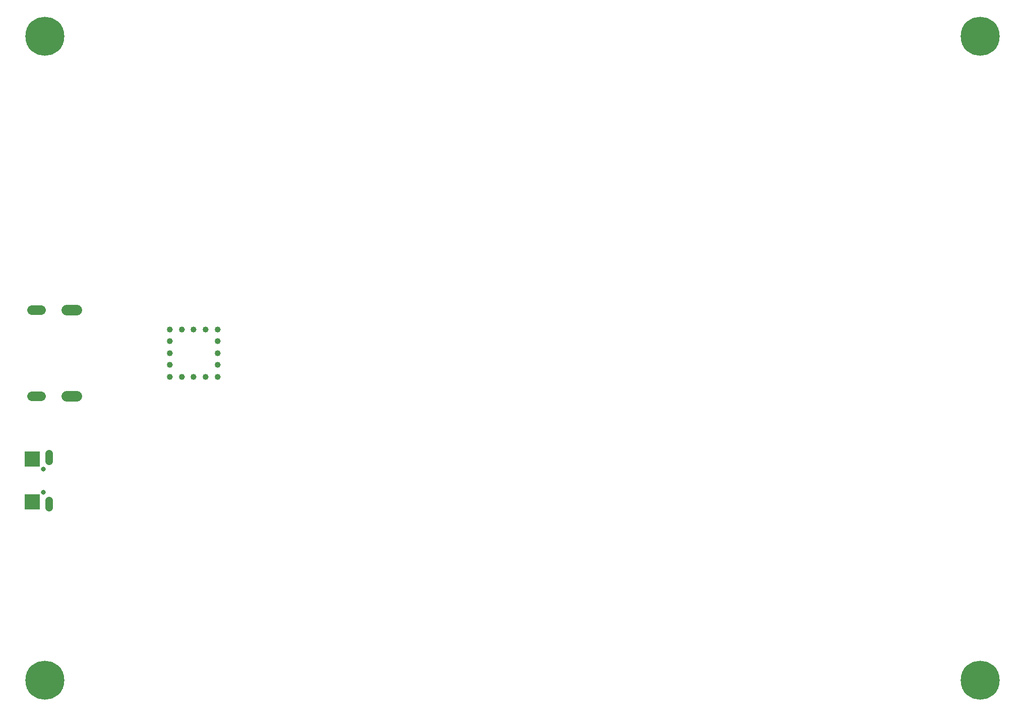
<source format=gbr>
G04 EAGLE Gerber RS-274X export*
G75*
%MOMM*%
%FSLAX34Y34*%
%LPD*%
%INSoldermask Bottom*%
%IPPOS*%
%AMOC8*
5,1,8,0,0,1.08239X$1,22.5*%
G01*
%ADD10C,1.751600*%
%ADD11C,1.601600*%
%ADD12C,1.009600*%
%ADD13C,6.553200*%
%ADD14C,0.801600*%
%ADD15R,2.601600X2.601600*%
%ADD16C,1.309600*%


D10*
X76642Y662510D02*
X93142Y662510D01*
X93142Y517510D02*
X76642Y517510D01*
D11*
X32792Y517510D02*
X17792Y517510D01*
X17792Y662510D02*
X32792Y662510D01*
D12*
X249992Y630010D03*
X269992Y630010D03*
X289992Y630010D03*
X309992Y630010D03*
X329992Y630010D03*
X329992Y610010D03*
X329992Y590010D03*
X329992Y570010D03*
X329992Y550010D03*
X309992Y550010D03*
X289992Y550010D03*
X269992Y550010D03*
X249992Y550010D03*
X249992Y570010D03*
X249992Y590010D03*
X249992Y610010D03*
D13*
X39992Y1122010D03*
X1610992Y1122010D03*
X1610992Y40010D03*
X39992Y40010D03*
D14*
X37492Y395510D03*
X37492Y356510D03*
D15*
X18492Y340010D03*
X18492Y412010D03*
D16*
X46492Y409010D02*
X46492Y421090D01*
X46492Y343010D02*
X46492Y330930D01*
M02*

</source>
